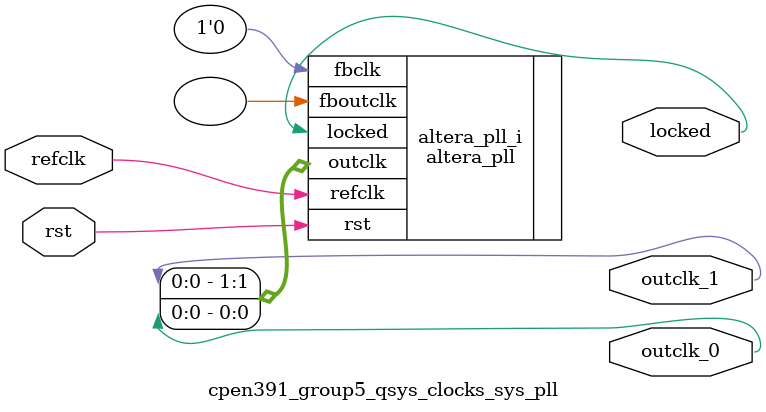
<source format=v>
`timescale 1ns/10ps
module  cpen391_group5_qsys_clocks_sys_pll(

	// interface 'refclk'
	input wire refclk,

	// interface 'reset'
	input wire rst,

	// interface 'outclk0'
	output wire outclk_0,

	// interface 'outclk1'
	output wire outclk_1,

	// interface 'locked'
	output wire locked
);

	altera_pll #(
		.fractional_vco_multiplier("false"),
		.reference_clock_frequency("50.0 MHz"),
		.operation_mode("direct"),
		.number_of_clocks(2),
		.output_clock_frequency0("50.000000 MHz"),
		.phase_shift0("0 ps"),
		.duty_cycle0(50),
		.output_clock_frequency1("50.000000 MHz"),
		.phase_shift1("-3000 ps"),
		.duty_cycle1(50),
		.output_clock_frequency2("0 MHz"),
		.phase_shift2("0 ps"),
		.duty_cycle2(50),
		.output_clock_frequency3("0 MHz"),
		.phase_shift3("0 ps"),
		.duty_cycle3(50),
		.output_clock_frequency4("0 MHz"),
		.phase_shift4("0 ps"),
		.duty_cycle4(50),
		.output_clock_frequency5("0 MHz"),
		.phase_shift5("0 ps"),
		.duty_cycle5(50),
		.output_clock_frequency6("0 MHz"),
		.phase_shift6("0 ps"),
		.duty_cycle6(50),
		.output_clock_frequency7("0 MHz"),
		.phase_shift7("0 ps"),
		.duty_cycle7(50),
		.output_clock_frequency8("0 MHz"),
		.phase_shift8("0 ps"),
		.duty_cycle8(50),
		.output_clock_frequency9("0 MHz"),
		.phase_shift9("0 ps"),
		.duty_cycle9(50),
		.output_clock_frequency10("0 MHz"),
		.phase_shift10("0 ps"),
		.duty_cycle10(50),
		.output_clock_frequency11("0 MHz"),
		.phase_shift11("0 ps"),
		.duty_cycle11(50),
		.output_clock_frequency12("0 MHz"),
		.phase_shift12("0 ps"),
		.duty_cycle12(50),
		.output_clock_frequency13("0 MHz"),
		.phase_shift13("0 ps"),
		.duty_cycle13(50),
		.output_clock_frequency14("0 MHz"),
		.phase_shift14("0 ps"),
		.duty_cycle14(50),
		.output_clock_frequency15("0 MHz"),
		.phase_shift15("0 ps"),
		.duty_cycle15(50),
		.output_clock_frequency16("0 MHz"),
		.phase_shift16("0 ps"),
		.duty_cycle16(50),
		.output_clock_frequency17("0 MHz"),
		.phase_shift17("0 ps"),
		.duty_cycle17(50),
		.pll_type("General"),
		.pll_subtype("General")
	) altera_pll_i (
		.rst	(rst),
		.outclk	({outclk_1, outclk_0}),
		.locked	(locked),
		.fboutclk	( ),
		.fbclk	(1'b0),
		.refclk	(refclk)
	);
endmodule


</source>
